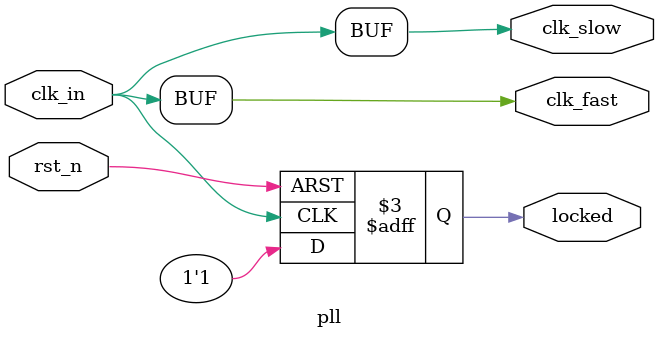
<source format=sv>

module clk_no_violation_pll_output (
  input wire clk_in,
  input wire rst_n,
  input wire [7:0] data_in,
  output logic [7:0] data_out_fast,
  output logic [7:0] data_out_slow
);

  // PLL generates multiple clocks from single input
  wire clk_fast, clk_slow;
  wire pll_locked;
  
  pll u_pll (
    .clk_in(clk_in),
    .rst_n(rst_n),
    .clk_fast(clk_fast),    // 2x clock
    .clk_slow(clk_slow),    // 0.5x clock
    .locked(pll_locked)
  );
  
  // Use fast clock
  always_ff @(posedge clk_fast or negedge rst_n) begin
    if (!rst_n)
      data_out_fast <= 8'h00;
    else if (pll_locked)
      data_out_fast <= data_in;
  end
  
  // Use slow clock
  always_ff @(posedge clk_slow or negedge rst_n) begin
    if (!rst_n)
      data_out_slow <= 8'h00;
    else if (pll_locked)
      data_out_slow <= data_in;
  end

endmodule

// Simplified PLL model
module pll (
  input wire clk_in,
  input wire rst_n,
  output wire clk_fast,
  output wire clk_slow,
  output logic locked
);
  assign clk_fast = clk_in;  // Simplified
  assign clk_slow = clk_in;  // Simplified
  
  always_ff @(posedge clk_in or negedge rst_n) begin
    if (!rst_n)
      locked <= 1'b0;
    else
      locked <= 1'b1;
  end
endmodule


</source>
